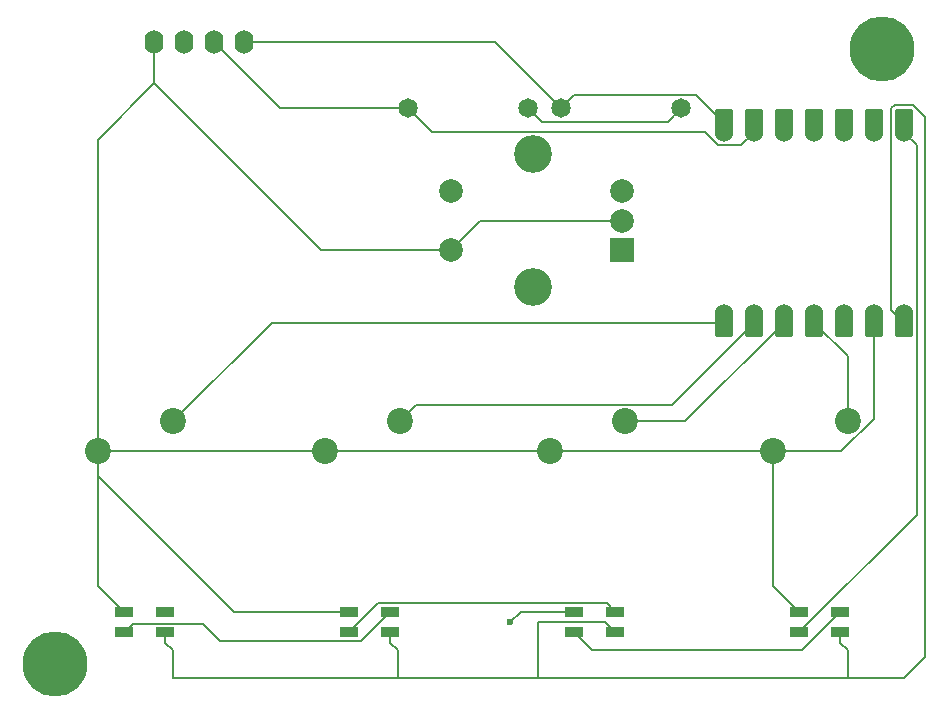
<source format=gbr>
%TF.GenerationSoftware,KiCad,Pcbnew,8.0.8*%
%TF.CreationDate,2025-02-13T16:32:23-05:00*%
%TF.ProjectId,pianissimo,7069616e-6973-4736-996d-6f2e6b696361,rev?*%
%TF.SameCoordinates,Original*%
%TF.FileFunction,Copper,L1,Top*%
%TF.FilePolarity,Positive*%
%FSLAX46Y46*%
G04 Gerber Fmt 4.6, Leading zero omitted, Abs format (unit mm)*
G04 Created by KiCad (PCBNEW 8.0.8) date 2025-02-13 16:32:23*
%MOMM*%
%LPD*%
G01*
G04 APERTURE LIST*
G04 Aperture macros list*
%AMRoundRect*
0 Rectangle with rounded corners*
0 $1 Rounding radius*
0 $2 $3 $4 $5 $6 $7 $8 $9 X,Y pos of 4 corners*
0 Add a 4 corners polygon primitive as box body*
4,1,4,$2,$3,$4,$5,$6,$7,$8,$9,$2,$3,0*
0 Add four circle primitives for the rounded corners*
1,1,$1+$1,$2,$3*
1,1,$1+$1,$4,$5*
1,1,$1+$1,$6,$7*
1,1,$1+$1,$8,$9*
0 Add four rect primitives between the rounded corners*
20,1,$1+$1,$2,$3,$4,$5,0*
20,1,$1+$1,$4,$5,$6,$7,0*
20,1,$1+$1,$6,$7,$8,$9,0*
20,1,$1+$1,$8,$9,$2,$3,0*%
G04 Aperture macros list end*
%TA.AperFunction,ComponentPad*%
%ADD10C,1.651000*%
%TD*%
%TA.AperFunction,ComponentPad*%
%ADD11R,2.000000X2.000000*%
%TD*%
%TA.AperFunction,ComponentPad*%
%ADD12C,2.000000*%
%TD*%
%TA.AperFunction,ComponentPad*%
%ADD13C,3.200000*%
%TD*%
%TA.AperFunction,SMDPad,CuDef*%
%ADD14RoundRect,0.152400X0.609600X-1.063600X0.609600X1.063600X-0.609600X1.063600X-0.609600X-1.063600X0*%
%TD*%
%TA.AperFunction,ComponentPad*%
%ADD15C,1.524000*%
%TD*%
%TA.AperFunction,SMDPad,CuDef*%
%ADD16RoundRect,0.152400X-0.609600X1.063600X-0.609600X-1.063600X0.609600X-1.063600X0.609600X1.063600X0*%
%TD*%
%TA.AperFunction,ComponentPad*%
%ADD17C,2.200000*%
%TD*%
%TA.AperFunction,SMDPad,CuDef*%
%ADD18R,1.600000X0.850000*%
%TD*%
%TA.AperFunction,ComponentPad*%
%ADD19O,1.600000X2.000000*%
%TD*%
%TA.AperFunction,ComponentPad*%
%ADD20C,5.500000*%
%TD*%
%TA.AperFunction,ViaPad*%
%ADD21C,0.600000*%
%TD*%
%TA.AperFunction,Conductor*%
%ADD22C,0.200000*%
%TD*%
G04 APERTURE END LIST*
D10*
%TO.P,R1,1*%
%TO.N,Net-(Brd1-SDA)*%
X113840000Y-97000000D03*
%TO.P,R1,2*%
%TO.N,+3.3V*%
X124000000Y-97000000D03*
%TD*%
D11*
%TO.P,SW5,A,A*%
%TO.N,Net-(U1-GPIO28_A2_D2)*%
X119000000Y-109000000D03*
D12*
%TO.P,SW5,B,B*%
%TO.N,Net-(U1-GPIO29_A3_D3)*%
X119000000Y-104000000D03*
%TO.P,SW5,C,C*%
%TO.N,GND*%
X119000000Y-106500000D03*
D13*
%TO.P,SW5,MP*%
%TO.N,N/C*%
X111500000Y-112100000D03*
X111500000Y-100900000D03*
D12*
%TO.P,SW5,S1,S1*%
%TO.N,Net-(U1-GPIO27_A1_D1)*%
X104500000Y-104000000D03*
%TO.P,SW5,S2,S2*%
%TO.N,GND*%
X104500000Y-109000000D03*
%TD*%
D10*
%TO.P,R2,1*%
%TO.N,Net-(Brd1-SCL)*%
X100920000Y-97000000D03*
%TO.P,R2,2*%
%TO.N,+3.3V*%
X111080000Y-97000000D03*
%TD*%
D14*
%TO.P,U1,1,GPIO26_A0_D0*%
%TO.N,Net-(D1-DIN)*%
X142875000Y-98225000D03*
D15*
X142875000Y-99060000D03*
D14*
%TO.P,U1,2,GPIO27_A1_D1*%
%TO.N,Net-(U1-GPIO27_A1_D1)*%
X140335000Y-98225000D03*
D15*
X140335000Y-99060000D03*
D14*
%TO.P,U1,3,GPIO28_A2_D2*%
%TO.N,Net-(U1-GPIO28_A2_D2)*%
X137795000Y-98225000D03*
D15*
X137795000Y-99060000D03*
D14*
%TO.P,U1,4,GPIO29_A3_D3*%
%TO.N,Net-(U1-GPIO29_A3_D3)*%
X135255000Y-98225000D03*
D15*
X135255000Y-99060000D03*
D14*
%TO.P,U1,5,GPIO6_D4_SDA*%
%TO.N,unconnected-(U1-GPIO6_D4_SDA-Pad5)*%
X132715000Y-98225000D03*
D15*
X132715000Y-99060000D03*
D14*
%TO.P,U1,6,GPIO7_D5_SCL*%
%TO.N,Net-(Brd1-SCL)*%
X130175000Y-98225000D03*
D15*
X130175000Y-99060000D03*
D14*
%TO.P,U1,7,GPIO0_D6_TX*%
%TO.N,Net-(Brd1-SDA)*%
X127635000Y-98225000D03*
D15*
X127635000Y-99060000D03*
%TO.P,U1,8,GPIO1_D7_CSn_RX*%
%TO.N,Net-(U1-GPIO1_D7_CSn_RX)*%
X127635000Y-114300000D03*
D16*
X127635000Y-115135000D03*
D15*
%TO.P,U1,9,GPIO2_D8_SCK*%
%TO.N,Net-(U1-GPIO2_D8_SCK)*%
X130175000Y-114300000D03*
D16*
X130175000Y-115135000D03*
D15*
%TO.P,U1,10,GPIO4_D9_MISO*%
%TO.N,Net-(U1-GPIO4_D9_MISO)*%
X132715000Y-114300000D03*
D16*
X132715000Y-115135000D03*
D15*
%TO.P,U1,11,GPIO3_D10_MOSI*%
%TO.N,Net-(U1-GPIO3_D10_MOSI)*%
X135255000Y-114300000D03*
D16*
X135255000Y-115135000D03*
D15*
%TO.P,U1,12,3V3*%
%TO.N,unconnected-(U1-3V3-Pad12)*%
X137795000Y-114300000D03*
D16*
X137795000Y-115135000D03*
D15*
%TO.P,U1,13,GND*%
%TO.N,GND*%
X140335000Y-114300000D03*
D16*
X140335000Y-115135000D03*
D15*
%TO.P,U1,14,5V*%
%TO.N,+5V*%
X142875000Y-114300000D03*
D16*
X142875000Y-115135000D03*
%TD*%
D17*
%TO.P,SW4,1,1*%
%TO.N,Net-(U1-GPIO1_D7_CSn_RX)*%
X80962500Y-123507500D03*
%TO.P,SW4,2,2*%
%TO.N,GND*%
X74612500Y-126047500D03*
%TD*%
D18*
%TO.P,D1,1,VSS*%
%TO.N,GND*%
X133981250Y-139618750D03*
%TO.P,D1,2,DIN*%
%TO.N,Net-(D1-DIN)*%
X133981250Y-141368750D03*
%TO.P,D1,3,VDD*%
%TO.N,+5V*%
X137481250Y-141368750D03*
%TO.P,D1,4,DOUT*%
%TO.N,Net-(D1-DOUT)*%
X137481250Y-139618750D03*
%TD*%
D17*
%TO.P,SW1,1,1*%
%TO.N,Net-(U1-GPIO3_D10_MOSI)*%
X138112500Y-123507500D03*
%TO.P,SW1,2,2*%
%TO.N,GND*%
X131762500Y-126047500D03*
%TD*%
D19*
%TO.P,Brd1,1,GND*%
%TO.N,GND*%
X79380000Y-91400000D03*
%TO.P,Brd1,2,VCC*%
%TO.N,+5V*%
X81920000Y-91400000D03*
%TO.P,Brd1,3,SCL*%
%TO.N,Net-(Brd1-SCL)*%
X84460000Y-91400000D03*
%TO.P,Brd1,4,SDA*%
%TO.N,Net-(Brd1-SDA)*%
X87000000Y-91400000D03*
%TD*%
D18*
%TO.P,D4,1,VSS*%
%TO.N,GND*%
X76831250Y-139618750D03*
%TO.P,D4,2,DIN*%
%TO.N,Net-(D3-DOUT)*%
X76831250Y-141368750D03*
%TO.P,D4,3,VDD*%
%TO.N,+5V*%
X80331250Y-141368750D03*
%TO.P,D4,4,DOUT*%
%TO.N,unconnected-(D4-DOUT-Pad4)*%
X80331250Y-139618750D03*
%TD*%
%TO.P,D3,1,VSS*%
%TO.N,GND*%
X95881250Y-139618750D03*
%TO.P,D3,2,DIN*%
%TO.N,Net-(D2-DOUT)*%
X95881250Y-141368750D03*
%TO.P,D3,3,VDD*%
%TO.N,+5V*%
X99381250Y-141368750D03*
%TO.P,D3,4,DOUT*%
%TO.N,Net-(D3-DOUT)*%
X99381250Y-139618750D03*
%TD*%
D17*
%TO.P,SW3,1,1*%
%TO.N,Net-(U1-GPIO2_D8_SCK)*%
X100171250Y-123507500D03*
%TO.P,SW3,2,2*%
%TO.N,GND*%
X93821250Y-126047500D03*
%TD*%
D18*
%TO.P,D2,1,VSS*%
%TO.N,GND*%
X114931250Y-139618750D03*
%TO.P,D2,2,DIN*%
%TO.N,Net-(D1-DOUT)*%
X114931250Y-141368750D03*
%TO.P,D2,3,VDD*%
%TO.N,+5V*%
X118431250Y-141368750D03*
%TO.P,D2,4,DOUT*%
%TO.N,Net-(D2-DOUT)*%
X118431250Y-139618750D03*
%TD*%
D20*
%TO.P,REF\u002A\u002A,1*%
%TO.N,N/C*%
X71000000Y-144000000D03*
%TD*%
%TO.P,REF\u002A\u002A,1*%
%TO.N,N/C*%
X141000000Y-92000000D03*
%TD*%
D17*
%TO.P,SW2,1,1*%
%TO.N,Net-(U1-GPIO4_D9_MISO)*%
X119221250Y-123507500D03*
%TO.P,SW2,2,2*%
%TO.N,GND*%
X112871250Y-126047500D03*
%TD*%
D21*
%TO.N,GND*%
X109537500Y-140493750D03*
%TD*%
D22*
%TO.N,Net-(Brd1-SDA)*%
X113840000Y-97000000D02*
X114965500Y-95874500D01*
X125284500Y-95874500D02*
X127635000Y-98225000D01*
X114965500Y-95874500D02*
X125284500Y-95874500D01*
%TO.N,Net-(Brd1-SCL)*%
X100920000Y-97000000D02*
X102920000Y-99000000D01*
X102920000Y-99000000D02*
X126000000Y-99000000D01*
X126000000Y-99000000D02*
X127122000Y-100122000D01*
X127122000Y-100122000D02*
X129113000Y-100122000D01*
X129113000Y-100122000D02*
X130175000Y-99060000D01*
%TO.N,+3.3V*%
X111080000Y-97000000D02*
X112205500Y-98125500D01*
X112205500Y-98125500D02*
X122874500Y-98125500D01*
X122874500Y-98125500D02*
X124000000Y-97000000D01*
%TO.N,Net-(Brd1-SDA)*%
X87000000Y-91400000D02*
X108240000Y-91400000D01*
X108240000Y-91400000D02*
X113840000Y-97000000D01*
%TO.N,Net-(Brd1-SCL)*%
X84460000Y-91400000D02*
X90060000Y-97000000D01*
X90060000Y-97000000D02*
X100920000Y-97000000D01*
%TO.N,GND*%
X93490101Y-109000000D02*
X79380000Y-94889899D01*
X79380000Y-94889899D02*
X74612500Y-99657399D01*
X140335000Y-123264899D02*
X137552399Y-126047500D01*
X110412500Y-139618750D02*
X109537500Y-140493750D01*
X119000000Y-106500000D02*
X107000000Y-106500000D01*
X104500000Y-109000000D02*
X93490101Y-109000000D01*
X79380000Y-94889899D02*
X79380000Y-91400000D01*
X74612500Y-99657399D02*
X74612500Y-126047500D01*
X95881250Y-139618750D02*
X86130348Y-139618750D01*
X74612500Y-128100902D02*
X74612500Y-126047500D01*
X76831250Y-139618750D02*
X74612500Y-137400000D01*
X112871250Y-126047500D02*
X93821250Y-126047500D01*
X140335000Y-115135000D02*
X140335000Y-123264899D01*
X74612500Y-137400000D02*
X74612500Y-126047500D01*
X93821250Y-126047500D02*
X74612500Y-126047500D01*
X114931250Y-139618750D02*
X110412500Y-139618750D01*
X86130348Y-139618750D02*
X74612500Y-128100902D01*
X107000000Y-106500000D02*
X104500000Y-109000000D01*
X137552399Y-126047500D02*
X131762500Y-126047500D01*
X131762500Y-137400000D02*
X131762500Y-126047500D01*
X133981250Y-139618750D02*
X131762500Y-137400000D01*
X131762500Y-126047500D02*
X112871250Y-126047500D01*
%TO.N,Net-(Brd1-SCL)*%
X130175000Y-97982370D02*
X130175000Y-99060000D01*
%TO.N,unconnected-(U1-GPIO6_D4_SDA-Pad5)*%
X132715000Y-97982370D02*
X132715000Y-99060000D01*
%TO.N,Net-(D1-DIN)*%
X143937000Y-100122000D02*
X142875000Y-99060000D01*
X133981250Y-141368750D02*
X143937000Y-131413000D01*
X143937000Y-131413000D02*
X143937000Y-100122000D01*
%TO.N,+5V*%
X144656250Y-97689036D02*
X144656250Y-143475000D01*
X138112500Y-145256250D02*
X119062500Y-145256250D01*
X80962500Y-142875000D02*
X80331250Y-142243750D01*
X80331250Y-142243750D02*
X80331250Y-141368750D01*
X100012500Y-145256250D02*
X80962500Y-145256250D01*
X142073786Y-96709000D02*
X143676214Y-96709000D01*
X142875000Y-145256250D02*
X138112500Y-145256250D01*
X119062500Y-145256250D02*
X111918750Y-145256250D01*
X80962500Y-145256250D02*
X80962500Y-142875000D01*
X100012500Y-142875000D02*
X99381250Y-142243750D01*
X141813000Y-114073000D02*
X141813000Y-96969786D01*
X143676214Y-96709000D02*
X144656250Y-97689036D01*
X138112500Y-142875000D02*
X137481250Y-142243750D01*
X111918750Y-145256250D02*
X100012500Y-145256250D01*
X142875000Y-115135000D02*
X141813000Y-114073000D01*
X137481250Y-142243750D02*
X137481250Y-141368750D01*
X118431250Y-141368750D02*
X117556250Y-140493750D01*
X117556250Y-140493750D02*
X111918750Y-140493750D01*
X144656250Y-143475000D02*
X142875000Y-145256250D01*
X138112500Y-145256250D02*
X138112500Y-142875000D01*
X100012500Y-145256250D02*
X100012500Y-142875000D01*
X99381250Y-142243750D02*
X99381250Y-141368750D01*
X111918750Y-140493750D02*
X111918750Y-145256250D01*
X141813000Y-96969786D02*
X142073786Y-96709000D01*
%TO.N,Net-(D1-DOUT)*%
X114931250Y-141368750D02*
X116437500Y-142875000D01*
X116437500Y-142875000D02*
X134225000Y-142875000D01*
X134225000Y-142875000D02*
X137481250Y-139618750D01*
%TO.N,Net-(D2-DOUT)*%
X117706250Y-138893750D02*
X98356250Y-138893750D01*
X118431250Y-139618750D02*
X117706250Y-138893750D01*
X98356250Y-138893750D02*
X95881250Y-141368750D01*
%TO.N,Net-(D3-DOUT)*%
X99381250Y-139618750D02*
X96906250Y-142093750D01*
X77556250Y-140643750D02*
X76831250Y-141368750D01*
X96906250Y-142093750D02*
X84943750Y-142093750D01*
X84943750Y-142093750D02*
X83493750Y-140643750D01*
X83493750Y-140643750D02*
X77556250Y-140643750D01*
%TO.N,Net-(U1-GPIO3_D10_MOSI)*%
X138112500Y-117992500D02*
X135255000Y-115135000D01*
X138112500Y-123507500D02*
X138112500Y-117992500D01*
%TO.N,Net-(U1-GPIO4_D9_MISO)*%
X119221250Y-123507500D02*
X124342500Y-123507500D01*
X124342500Y-123507500D02*
X132715000Y-115135000D01*
%TO.N,Net-(U1-GPIO2_D8_SCK)*%
X100171250Y-123507500D02*
X101571250Y-122107500D01*
X101571250Y-122107500D02*
X123202500Y-122107500D01*
X123202500Y-122107500D02*
X130175000Y-115135000D01*
%TO.N,Net-(U1-GPIO1_D7_CSn_RX)*%
X89335000Y-115135000D02*
X127635000Y-115135000D01*
X80962500Y-123507500D02*
X89335000Y-115135000D01*
%TD*%
M02*

</source>
